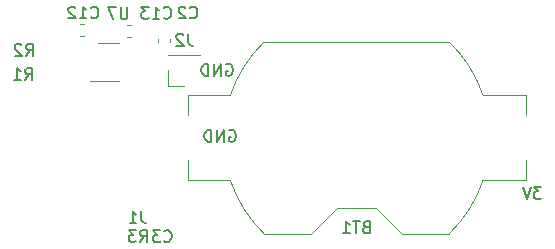
<source format=gbr>
%TF.GenerationSoftware,KiCad,Pcbnew,(5.1.6)-1*%
%TF.CreationDate,2020-11-12T12:57:51-08:00*%
%TF.ProjectId,frontendfullv2,66726f6e-7465-46e6-9466-756c6c76322e,rev?*%
%TF.SameCoordinates,Original*%
%TF.FileFunction,Legend,Bot*%
%TF.FilePolarity,Positive*%
%FSLAX46Y46*%
G04 Gerber Fmt 4.6, Leading zero omitted, Abs format (unit mm)*
G04 Created by KiCad (PCBNEW (5.1.6)-1) date 2020-11-12 12:57:51*
%MOMM*%
%LPD*%
G01*
G04 APERTURE LIST*
%ADD10C,0.150000*%
%ADD11C,0.120000*%
G04 APERTURE END LIST*
D10*
X110235904Y-127976380D02*
X109616857Y-127976380D01*
X109950190Y-128357333D01*
X109807333Y-128357333D01*
X109712095Y-128404952D01*
X109664476Y-128452571D01*
X109616857Y-128547809D01*
X109616857Y-128785904D01*
X109664476Y-128881142D01*
X109712095Y-128928761D01*
X109807333Y-128976380D01*
X110093047Y-128976380D01*
X110188285Y-128928761D01*
X110235904Y-128881142D01*
X109331142Y-127976380D02*
X108997809Y-128976380D01*
X108664476Y-127976380D01*
X83819904Y-123198000D02*
X83915142Y-123150380D01*
X84058000Y-123150380D01*
X84200857Y-123198000D01*
X84296095Y-123293238D01*
X84343714Y-123388476D01*
X84391333Y-123578952D01*
X84391333Y-123721809D01*
X84343714Y-123912285D01*
X84296095Y-124007523D01*
X84200857Y-124102761D01*
X84058000Y-124150380D01*
X83962761Y-124150380D01*
X83819904Y-124102761D01*
X83772285Y-124055142D01*
X83772285Y-123721809D01*
X83962761Y-123721809D01*
X83343714Y-124150380D02*
X83343714Y-123150380D01*
X82772285Y-124150380D01*
X82772285Y-123150380D01*
X82296095Y-124150380D02*
X82296095Y-123150380D01*
X82058000Y-123150380D01*
X81915142Y-123198000D01*
X81819904Y-123293238D01*
X81772285Y-123388476D01*
X81724666Y-123578952D01*
X81724666Y-123721809D01*
X81772285Y-123912285D01*
X81819904Y-124007523D01*
X81915142Y-124102761D01*
X82058000Y-124150380D01*
X82296095Y-124150380D01*
X83565904Y-117610000D02*
X83661142Y-117562380D01*
X83804000Y-117562380D01*
X83946857Y-117610000D01*
X84042095Y-117705238D01*
X84089714Y-117800476D01*
X84137333Y-117990952D01*
X84137333Y-118133809D01*
X84089714Y-118324285D01*
X84042095Y-118419523D01*
X83946857Y-118514761D01*
X83804000Y-118562380D01*
X83708761Y-118562380D01*
X83565904Y-118514761D01*
X83518285Y-118467142D01*
X83518285Y-118133809D01*
X83708761Y-118133809D01*
X83089714Y-118562380D02*
X83089714Y-117562380D01*
X82518285Y-118562380D01*
X82518285Y-117562380D01*
X82042095Y-118562380D02*
X82042095Y-117562380D01*
X81804000Y-117562380D01*
X81661142Y-117610000D01*
X81565904Y-117705238D01*
X81518285Y-117800476D01*
X81470666Y-117990952D01*
X81470666Y-118133809D01*
X81518285Y-118324285D01*
X81565904Y-118419523D01*
X81661142Y-118514761D01*
X81804000Y-118562380D01*
X82042095Y-118562380D01*
D11*
%TO.C,C13*%
X75544467Y-115318000D02*
X75201933Y-115318000D01*
X75544467Y-114298000D02*
X75201933Y-114298000D01*
%TO.C,C12*%
X71533867Y-115241800D02*
X71191333Y-115241800D01*
X71533867Y-114221800D02*
X71191333Y-114221800D01*
%TO.C,U7*%
X74509200Y-118983400D02*
X72059200Y-118983400D01*
X72709200Y-115763400D02*
X74509200Y-115763400D01*
%TO.C,J2*%
X78680000Y-119440000D02*
X80010000Y-119440000D01*
X78680000Y-118110000D02*
X78680000Y-119440000D01*
X78680000Y-116840000D02*
X81340000Y-116840000D01*
X81340000Y-116840000D02*
X81340000Y-116780000D01*
X78680000Y-116840000D02*
X78680000Y-116780000D01*
X78680000Y-116780000D02*
X81340000Y-116780000D01*
%TO.C,C2*%
X77772800Y-115424833D02*
X77772800Y-115717367D01*
X78792800Y-115424833D02*
X78792800Y-115717367D01*
%TO.C,BT1*%
X108925000Y-125725000D02*
X108925000Y-127435000D01*
X105307000Y-127435000D02*
X108925000Y-127435000D01*
X98475000Y-131935000D02*
X102462300Y-131935000D01*
X96275000Y-129735000D02*
X98475000Y-131935000D01*
X92955000Y-129735000D02*
X96275000Y-129735000D01*
X92955000Y-129735000D02*
X90755000Y-131935000D01*
X86767700Y-131935000D02*
X90755000Y-131935000D01*
X80305000Y-125725000D02*
X80305000Y-127435000D01*
X80305000Y-127435000D02*
X83923000Y-127435000D01*
X83923000Y-120215000D02*
X80305000Y-120215000D01*
X80305000Y-121925000D02*
X80305000Y-120215000D01*
X102462300Y-115715000D02*
X86767700Y-115715000D01*
X108925000Y-121925000D02*
X108925000Y-120215000D01*
X108925000Y-120215000D02*
X105307000Y-120215000D01*
X102460370Y-115713211D02*
G75*
G02*
X105307000Y-120215000I-7845370J-8111789D01*
G01*
X86769630Y-131936789D02*
G75*
G02*
X83923000Y-127435000I7845370J8111789D01*
G01*
X86769630Y-115713211D02*
G75*
G03*
X83923000Y-120215000I7845370J-8111789D01*
G01*
X102460370Y-131936789D02*
G75*
G03*
X105307000Y-127435000I-7845370J8111789D01*
G01*
%TO.C,C3*%
D10*
X78322466Y-132564142D02*
X78370085Y-132611761D01*
X78512942Y-132659380D01*
X78608180Y-132659380D01*
X78751038Y-132611761D01*
X78846276Y-132516523D01*
X78893895Y-132421285D01*
X78941514Y-132230809D01*
X78941514Y-132087952D01*
X78893895Y-131897476D01*
X78846276Y-131802238D01*
X78751038Y-131707000D01*
X78608180Y-131659380D01*
X78512942Y-131659380D01*
X78370085Y-131707000D01*
X78322466Y-131754619D01*
X77989133Y-131659380D02*
X77370085Y-131659380D01*
X77703419Y-132040333D01*
X77560561Y-132040333D01*
X77465323Y-132087952D01*
X77417704Y-132135571D01*
X77370085Y-132230809D01*
X77370085Y-132468904D01*
X77417704Y-132564142D01*
X77465323Y-132611761D01*
X77560561Y-132659380D01*
X77846276Y-132659380D01*
X77941514Y-132611761D01*
X77989133Y-132564142D01*
%TO.C,C13*%
X78290657Y-113641142D02*
X78338276Y-113688761D01*
X78481133Y-113736380D01*
X78576371Y-113736380D01*
X78719228Y-113688761D01*
X78814466Y-113593523D01*
X78862085Y-113498285D01*
X78909704Y-113307809D01*
X78909704Y-113164952D01*
X78862085Y-112974476D01*
X78814466Y-112879238D01*
X78719228Y-112784000D01*
X78576371Y-112736380D01*
X78481133Y-112736380D01*
X78338276Y-112784000D01*
X78290657Y-112831619D01*
X77338276Y-113736380D02*
X77909704Y-113736380D01*
X77623990Y-113736380D02*
X77623990Y-112736380D01*
X77719228Y-112879238D01*
X77814466Y-112974476D01*
X77909704Y-113022095D01*
X77004942Y-112736380D02*
X76385895Y-112736380D01*
X76719228Y-113117333D01*
X76576371Y-113117333D01*
X76481133Y-113164952D01*
X76433514Y-113212571D01*
X76385895Y-113307809D01*
X76385895Y-113545904D01*
X76433514Y-113641142D01*
X76481133Y-113688761D01*
X76576371Y-113736380D01*
X76862085Y-113736380D01*
X76957323Y-113688761D01*
X77004942Y-113641142D01*
%TO.C,C12*%
X72118457Y-113615742D02*
X72166076Y-113663361D01*
X72308933Y-113710980D01*
X72404171Y-113710980D01*
X72547028Y-113663361D01*
X72642266Y-113568123D01*
X72689885Y-113472885D01*
X72737504Y-113282409D01*
X72737504Y-113139552D01*
X72689885Y-112949076D01*
X72642266Y-112853838D01*
X72547028Y-112758600D01*
X72404171Y-112710980D01*
X72308933Y-112710980D01*
X72166076Y-112758600D01*
X72118457Y-112806219D01*
X71166076Y-113710980D02*
X71737504Y-113710980D01*
X71451790Y-113710980D02*
X71451790Y-112710980D01*
X71547028Y-112853838D01*
X71642266Y-112949076D01*
X71737504Y-112996695D01*
X70785123Y-112806219D02*
X70737504Y-112758600D01*
X70642266Y-112710980D01*
X70404171Y-112710980D01*
X70308933Y-112758600D01*
X70261314Y-112806219D01*
X70213695Y-112901457D01*
X70213695Y-112996695D01*
X70261314Y-113139552D01*
X70832742Y-113710980D01*
X70213695Y-113710980D01*
%TO.C,U7*%
X75209304Y-112787180D02*
X75209304Y-113596704D01*
X75161685Y-113691942D01*
X75114066Y-113739561D01*
X75018828Y-113787180D01*
X74828352Y-113787180D01*
X74733114Y-113739561D01*
X74685495Y-113691942D01*
X74637876Y-113596704D01*
X74637876Y-112787180D01*
X74256923Y-112787180D02*
X73590257Y-112787180D01*
X74018828Y-113787180D01*
%TO.C,J2*%
X80343333Y-115022380D02*
X80343333Y-115736666D01*
X80390952Y-115879523D01*
X80486190Y-115974761D01*
X80629047Y-116022380D01*
X80724285Y-116022380D01*
X79914761Y-115117619D02*
X79867142Y-115070000D01*
X79771904Y-115022380D01*
X79533809Y-115022380D01*
X79438571Y-115070000D01*
X79390952Y-115117619D01*
X79343333Y-115212857D01*
X79343333Y-115308095D01*
X79390952Y-115450952D01*
X79962380Y-116022380D01*
X79343333Y-116022380D01*
%TO.C,R1*%
X66562266Y-118917980D02*
X66895600Y-118441790D01*
X67133695Y-118917980D02*
X67133695Y-117917980D01*
X66752742Y-117917980D01*
X66657504Y-117965600D01*
X66609885Y-118013219D01*
X66562266Y-118108457D01*
X66562266Y-118251314D01*
X66609885Y-118346552D01*
X66657504Y-118394171D01*
X66752742Y-118441790D01*
X67133695Y-118441790D01*
X65609885Y-118917980D02*
X66181314Y-118917980D01*
X65895600Y-118917980D02*
X65895600Y-117917980D01*
X65990838Y-118060838D01*
X66086076Y-118156076D01*
X66181314Y-118203695D01*
%TO.C,R2*%
X66613066Y-116860580D02*
X66946400Y-116384390D01*
X67184495Y-116860580D02*
X67184495Y-115860580D01*
X66803542Y-115860580D01*
X66708304Y-115908200D01*
X66660685Y-115955819D01*
X66613066Y-116051057D01*
X66613066Y-116193914D01*
X66660685Y-116289152D01*
X66708304Y-116336771D01*
X66803542Y-116384390D01*
X67184495Y-116384390D01*
X66232114Y-115955819D02*
X66184495Y-115908200D01*
X66089257Y-115860580D01*
X65851161Y-115860580D01*
X65755923Y-115908200D01*
X65708304Y-115955819D01*
X65660685Y-116051057D01*
X65660685Y-116146295D01*
X65708304Y-116289152D01*
X66279733Y-116860580D01*
X65660685Y-116860580D01*
%TO.C,R3*%
X76265066Y-132633980D02*
X76598400Y-132157790D01*
X76836495Y-132633980D02*
X76836495Y-131633980D01*
X76455542Y-131633980D01*
X76360304Y-131681600D01*
X76312685Y-131729219D01*
X76265066Y-131824457D01*
X76265066Y-131967314D01*
X76312685Y-132062552D01*
X76360304Y-132110171D01*
X76455542Y-132157790D01*
X76836495Y-132157790D01*
X75931733Y-131633980D02*
X75312685Y-131633980D01*
X75646019Y-132014933D01*
X75503161Y-132014933D01*
X75407923Y-132062552D01*
X75360304Y-132110171D01*
X75312685Y-132205409D01*
X75312685Y-132443504D01*
X75360304Y-132538742D01*
X75407923Y-132586361D01*
X75503161Y-132633980D01*
X75788876Y-132633980D01*
X75884114Y-132586361D01*
X75931733Y-132538742D01*
%TO.C,J1*%
X76380933Y-130033780D02*
X76380933Y-130748066D01*
X76428552Y-130890923D01*
X76523790Y-130986161D01*
X76666647Y-131033780D01*
X76761885Y-131033780D01*
X75380933Y-131033780D02*
X75952361Y-131033780D01*
X75666647Y-131033780D02*
X75666647Y-130033780D01*
X75761885Y-130176638D01*
X75857123Y-130271876D01*
X75952361Y-130319495D01*
%TO.C,C2*%
X80481466Y-113615742D02*
X80529085Y-113663361D01*
X80671942Y-113710980D01*
X80767180Y-113710980D01*
X80910038Y-113663361D01*
X81005276Y-113568123D01*
X81052895Y-113472885D01*
X81100514Y-113282409D01*
X81100514Y-113139552D01*
X81052895Y-112949076D01*
X81005276Y-112853838D01*
X80910038Y-112758600D01*
X80767180Y-112710980D01*
X80671942Y-112710980D01*
X80529085Y-112758600D01*
X80481466Y-112806219D01*
X80100514Y-112806219D02*
X80052895Y-112758600D01*
X79957657Y-112710980D01*
X79719561Y-112710980D01*
X79624323Y-112758600D01*
X79576704Y-112806219D01*
X79529085Y-112901457D01*
X79529085Y-112996695D01*
X79576704Y-113139552D01*
X80148133Y-113710980D01*
X79529085Y-113710980D01*
%TO.C,BT1*%
X95400714Y-131373571D02*
X95257857Y-131421190D01*
X95210238Y-131468809D01*
X95162619Y-131564047D01*
X95162619Y-131706904D01*
X95210238Y-131802142D01*
X95257857Y-131849761D01*
X95353095Y-131897380D01*
X95734047Y-131897380D01*
X95734047Y-130897380D01*
X95400714Y-130897380D01*
X95305476Y-130945000D01*
X95257857Y-130992619D01*
X95210238Y-131087857D01*
X95210238Y-131183095D01*
X95257857Y-131278333D01*
X95305476Y-131325952D01*
X95400714Y-131373571D01*
X95734047Y-131373571D01*
X94876904Y-130897380D02*
X94305476Y-130897380D01*
X94591190Y-131897380D02*
X94591190Y-130897380D01*
X93448333Y-131897380D02*
X94019761Y-131897380D01*
X93734047Y-131897380D02*
X93734047Y-130897380D01*
X93829285Y-131040238D01*
X93924523Y-131135476D01*
X94019761Y-131183095D01*
%TD*%
M02*

</source>
